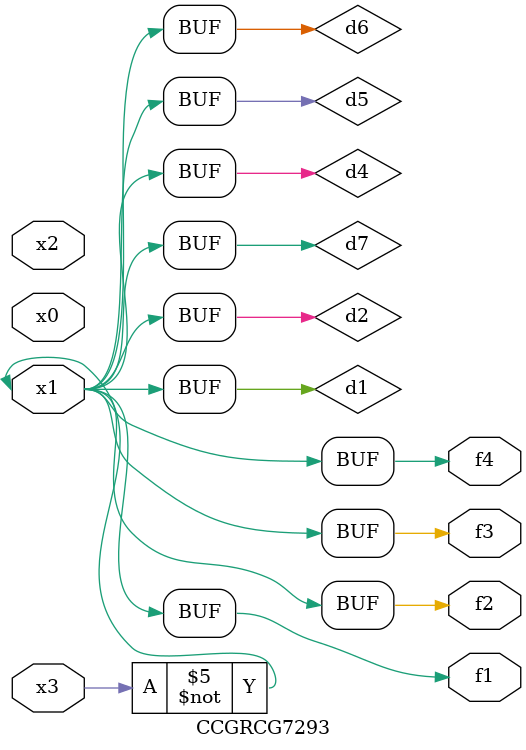
<source format=v>
module CCGRCG7293(
	input x0, x1, x2, x3,
	output f1, f2, f3, f4
);

	wire d1, d2, d3, d4, d5, d6, d7;

	not (d1, x3);
	buf (d2, x1);
	xnor (d3, d1, d2);
	nor (d4, d1);
	buf (d5, d1, d2);
	buf (d6, d4, d5);
	nand (d7, d4);
	assign f1 = d6;
	assign f2 = d7;
	assign f3 = d6;
	assign f4 = d6;
endmodule

</source>
